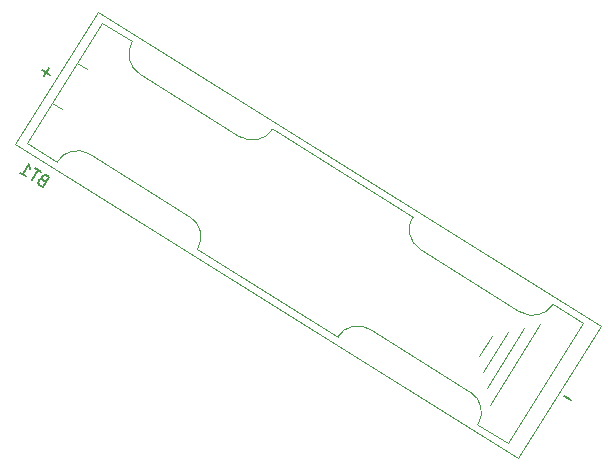
<source format=gbo>
G04 #@! TF.FileFunction,Legend,Bot*
%FSLAX46Y46*%
G04 Gerber Fmt 4.6, Leading zero omitted, Abs format (unit mm)*
G04 Created by KiCad (PCBNEW 4.0.7-e2-6376~58~ubuntu16.04.1) date Sun Jan 14 11:27:02 2018*
%MOMM*%
%LPD*%
G01*
G04 APERTURE LIST*
%ADD10C,0.100000*%
%ADD11C,0.120000*%
%ADD12C,0.150000*%
%ADD13C,2.100000*%
%ADD14C,2.400000*%
%ADD15C,1.924000*%
%ADD16R,2.100000X2.100000*%
%ADD17O,2.100000X2.100000*%
%ADD18O,1.350000X1.650000*%
%ADD19O,1.950000X1.400000*%
G04 APERTURE END LIST*
D10*
D11*
X196983947Y-154014056D02*
X189989013Y-165208291D01*
X154411932Y-127412109D02*
X196983947Y-154014056D01*
X147416998Y-138606343D02*
X154411932Y-127412109D01*
X189989013Y-165208291D02*
X147416998Y-138606343D01*
X186681005Y-156537819D02*
X187740843Y-154841722D01*
X186999133Y-157915786D02*
X189118810Y-154523594D01*
X190496778Y-154205465D02*
X187317262Y-159293753D01*
X187635391Y-160671721D02*
X191874745Y-153887336D01*
X150533065Y-135129258D02*
X151381113Y-135659177D01*
X153500790Y-132266985D02*
X152652742Y-131737065D01*
X169189237Y-137353500D02*
X181061910Y-144772370D01*
X174702879Y-154948947D02*
X162830206Y-147530078D01*
X174702879Y-154948947D02*
G75*
G02X177458814Y-154312690I1696096J-1059839D01*
G01*
X162193949Y-144774143D02*
G75*
G02X162830206Y-147530078I-1059839J-1696096D01*
G01*
X169189237Y-137353501D02*
G75*
G02X166433302Y-137989758I-1696096J1059839D01*
G01*
X181698168Y-147528306D02*
G75*
G02X181061910Y-144772370I1059839J1696097D01*
G01*
X157952821Y-132690565D02*
X166433302Y-137989758D01*
X153713467Y-139474950D02*
X162193948Y-144774143D01*
X157952822Y-132690565D02*
G75*
G02X157316564Y-129934631I1059838J1696096D01*
G01*
X185939295Y-159611882D02*
X177458814Y-154312690D01*
X190178649Y-152827497D02*
X181698168Y-147528305D01*
X192934584Y-152191240D02*
G75*
G02X190178649Y-152827497I-1696096J1059839D01*
G01*
X185939295Y-159611881D02*
G75*
G02X186575553Y-162367817I-1059839J-1696097D01*
G01*
X150957533Y-140111208D02*
G75*
G02X153713467Y-139474950I1696096J-1059838D01*
G01*
X148413388Y-138521450D02*
X150957533Y-140111208D01*
X148413388Y-138521450D02*
X154772419Y-128344873D01*
X154772419Y-128344873D02*
X157316564Y-129934631D01*
X189119697Y-163957575D02*
X186575553Y-162367817D01*
X189119697Y-163957575D02*
X195478728Y-153780998D01*
X195478728Y-153780998D02*
X192934584Y-152191240D01*
D12*
X149753821Y-141633175D02*
X149607437Y-141597855D01*
X149541819Y-141613005D01*
X149450967Y-141668537D01*
X149375265Y-141789687D01*
X149365179Y-141895688D01*
X149380328Y-141961305D01*
X149435861Y-142052157D01*
X149758927Y-142254031D01*
X150288846Y-141405983D01*
X150006163Y-141229343D01*
X149900162Y-141219257D01*
X149834545Y-141234406D01*
X149743693Y-141289939D01*
X149693225Y-141370705D01*
X149683140Y-141476706D01*
X149698289Y-141542323D01*
X149753821Y-141633175D01*
X150036504Y-141809815D01*
X149561948Y-140951766D02*
X149077349Y-140648955D01*
X148789729Y-141648409D02*
X149319649Y-140800361D01*
X147820531Y-141042787D02*
X148305130Y-141345598D01*
X148062831Y-141194192D02*
X148592750Y-140346144D01*
X148597814Y-140517762D01*
X148628112Y-140648997D01*
X148683644Y-140739849D01*
X194501015Y-160329353D02*
X193854883Y-159925605D01*
X150343150Y-132736457D02*
X149697018Y-132332709D01*
X149818210Y-132857648D02*
X150221958Y-132211516D01*
%LPC*%
D10*
G36*
X140259734Y-132050765D02*
X142040635Y-130937934D01*
X143153466Y-132718835D01*
X141372565Y-133831666D01*
X140259734Y-132050765D01*
X140259734Y-132050765D01*
G37*
D13*
X143052595Y-134538842D02*
X143052595Y-134538842D01*
X139552558Y-133730795D02*
X139552558Y-133730795D01*
X140898553Y-135884837D02*
X140898553Y-135884837D01*
X137398516Y-135076790D02*
X137398516Y-135076790D01*
X138744511Y-137230832D02*
X138744511Y-137230832D01*
X135244474Y-136422785D02*
X135244474Y-136422785D01*
X136590468Y-138576827D02*
X136590468Y-138576827D01*
X133090431Y-137768780D02*
X133090431Y-137768780D01*
X134436426Y-139922822D02*
X134436426Y-139922822D01*
X130936389Y-139114775D02*
X130936389Y-139114775D01*
X132282384Y-141268817D02*
X132282384Y-141268817D01*
X128782347Y-140460770D02*
X128782347Y-140460770D01*
X130128342Y-142614812D02*
X130128342Y-142614812D01*
X126628305Y-141806765D02*
X126628305Y-141806765D01*
X127974300Y-143960807D02*
X127974300Y-143960807D01*
D10*
G36*
X151635439Y-134874755D02*
X152907245Y-132839439D01*
X154942561Y-134111245D01*
X153670755Y-136146561D01*
X151635439Y-134874755D01*
X151635439Y-134874755D01*
G37*
D14*
X191196750Y-158180391D03*
D15*
X144700000Y-70820000D03*
X144700000Y-93680000D03*
X147240000Y-93680000D03*
D16*
X141500000Y-115000000D03*
D17*
X144040000Y-115000000D03*
X146580000Y-115000000D03*
X149120000Y-115000000D03*
X151660000Y-115000000D03*
X154200000Y-115000000D03*
X156740000Y-115000000D03*
D10*
G36*
X105558733Y-105952475D02*
X103797525Y-104808733D01*
X104941267Y-103047525D01*
X106702475Y-104191267D01*
X105558733Y-105952475D01*
X105558733Y-105952475D01*
G37*
D13*
X107380223Y-105883383D02*
X107380223Y-105883383D01*
X109510446Y-107266766D02*
X109510446Y-107266766D01*
X111640670Y-108650149D02*
X111640670Y-108650149D01*
D10*
G36*
X115558733Y-111952475D02*
X113797525Y-110808733D01*
X114941267Y-109047525D01*
X116702475Y-110191267D01*
X115558733Y-111952475D01*
X115558733Y-111952475D01*
G37*
D13*
X117380223Y-111883383D02*
X117380223Y-111883383D01*
X119510446Y-113266766D02*
X119510446Y-113266766D01*
X121640670Y-114650149D02*
X121640670Y-114650149D01*
D18*
X116950000Y-73000000D03*
X116950000Y-78000000D03*
D19*
X114250000Y-72000000D03*
X114250000Y-79000000D03*
D16*
X126000000Y-119000000D03*
D17*
X126000000Y-116460000D03*
D16*
X133600000Y-127440000D03*
D17*
X133600000Y-124900000D03*
D16*
X163677600Y-88900000D03*
D17*
X166217600Y-88900000D03*
X163677600Y-91440000D03*
X166217600Y-91440000D03*
D16*
X169138600Y-113792000D03*
D17*
X171678600Y-113792000D03*
X169138600Y-116332000D03*
X171678600Y-116332000D03*
X169138600Y-118872000D03*
X171678600Y-118872000D03*
M02*

</source>
